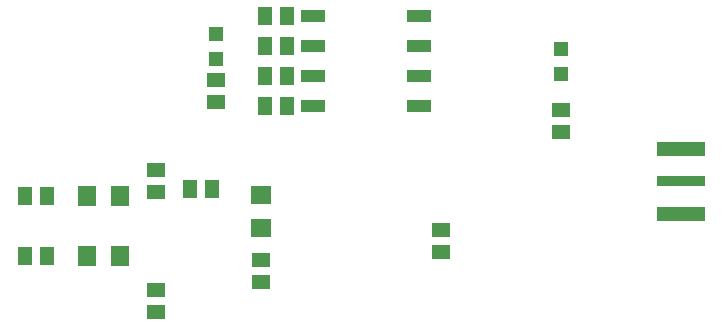
<source format=gbr>
G04 EAGLE Gerber RS-274X export*
G75*
%MOMM*%
%FSLAX34Y34*%
%LPD*%
%INSolderpaste Top*%
%IPPOS*%
%AMOC8*
5,1,8,0,0,1.08239X$1,22.5*%
G01*
%ADD10R,1.800000X1.600000*%
%ADD11R,1.200000X1.200000*%
%ADD12R,1.300000X1.500000*%
%ADD13R,1.500000X1.300000*%
%ADD14R,2.006600X1.092200*%
%ADD15R,4.100000X0.900000*%
%ADD16R,4.100000X1.250000*%
%ADD17R,1.600000X1.800000*%


D10*
X266700Y420400D03*
X266700Y392400D03*
D11*
X228600Y535600D03*
X228600Y556600D03*
X520700Y543900D03*
X520700Y522900D03*
D12*
X288900Y520700D03*
X269900Y520700D03*
X85700Y419100D03*
X66700Y419100D03*
D13*
X228600Y517500D03*
X228600Y498500D03*
X520700Y492100D03*
X520700Y473100D03*
X266700Y365100D03*
X266700Y346100D03*
D12*
X288900Y546100D03*
X269900Y546100D03*
X288900Y495300D03*
X269900Y495300D03*
X288900Y571500D03*
X269900Y571500D03*
D13*
X419100Y390500D03*
X419100Y371500D03*
D12*
X85700Y368300D03*
X66700Y368300D03*
D14*
X310642Y546100D03*
X400558Y546100D03*
X310642Y571500D03*
X400558Y571500D03*
X310642Y520700D03*
X400558Y520700D03*
X400558Y495300D03*
X310642Y495300D03*
D15*
X622300Y431800D03*
D16*
X622300Y404050D03*
X622300Y459550D03*
D17*
X119350Y419100D03*
X147350Y419100D03*
X119350Y368300D03*
X147350Y368300D03*
D12*
X225400Y425450D03*
X206400Y425450D03*
D13*
X177800Y441300D03*
X177800Y422300D03*
X177800Y339700D03*
X177800Y320700D03*
M02*

</source>
